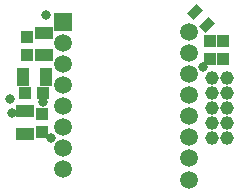
<source format=gts>
G04*
G04 #@! TF.GenerationSoftware,Altium Limited,Altium Designer,21.2.0 (30)*
G04*
G04 Layer_Color=8388736*
%FSLAX44Y44*%
%MOMM*%
G71*
G04*
G04 #@! TF.SameCoordinates,44CE51AA-34C3-4629-AC8C-4D89846EA20E*
G04*
G04*
G04 #@! TF.FilePolarity,Negative*
G04*
G01*
G75*
%ADD16R,1.5032X1.1032*%
%ADD17R,1.1032X1.5032*%
%ADD18R,1.0032X1.0032*%
G04:AMPARAMS|DCode=19|XSize=0.8032mm|YSize=1.1032mm|CornerRadius=0mm|HoleSize=0mm|Usage=FLASHONLY|Rotation=135.000|XOffset=0mm|YOffset=0mm|HoleType=Round|Shape=Rectangle|*
%AMROTATEDRECTD19*
4,1,4,0.6740,0.1061,-0.1061,-0.6740,-0.6740,-0.1061,0.1061,0.6740,0.6740,0.1061,0.0*
%
%ADD19ROTATEDRECTD19*%

%ADD20R,1.0032X1.0032*%
%ADD21C,1.5032*%
%ADD22R,1.5032X1.5032*%
%ADD23C,1.1500*%
%ADD24C,0.8032*%
D16*
X-69500Y28250D02*
D03*
Y47250D02*
D03*
X-85500Y-19250D02*
D03*
Y-38250D02*
D03*
D17*
X-68000Y10250D02*
D03*
X-87000D02*
D03*
D18*
X71000Y25000D02*
D03*
Y40000D02*
D03*
X-84000Y28750D02*
D03*
Y43750D02*
D03*
X82000Y40000D02*
D03*
Y25000D02*
D03*
X-71250Y-21500D02*
D03*
Y-36500D02*
D03*
D19*
X58447Y64803D02*
D03*
X69053Y54197D02*
D03*
D20*
X-70000Y-3500D02*
D03*
X-85000D02*
D03*
D21*
X53510Y-41310D02*
D03*
Y-23510D02*
D03*
Y-59110D02*
D03*
Y47690D02*
D03*
Y29890D02*
D03*
Y12090D02*
D03*
Y-5710D02*
D03*
Y-76910D02*
D03*
X-53490Y-68010D02*
D03*
Y-50210D02*
D03*
Y-32410D02*
D03*
Y-14610D02*
D03*
Y3190D02*
D03*
Y20990D02*
D03*
Y38790D02*
D03*
D22*
Y56590D02*
D03*
D23*
X73300Y-41650D02*
D03*
Y-28950D02*
D03*
Y-16250D02*
D03*
Y-3550D02*
D03*
Y9150D02*
D03*
X86000Y-41650D02*
D03*
Y-28950D02*
D03*
Y-16250D02*
D03*
Y-3550D02*
D03*
Y9150D02*
D03*
D24*
X-69887Y-11398D02*
D03*
X65329Y18520D02*
D03*
X-96644Y-20803D02*
D03*
X-97684Y-8930D02*
D03*
X-63500Y-41750D02*
D03*
X-68000Y62500D02*
D03*
M02*

</source>
